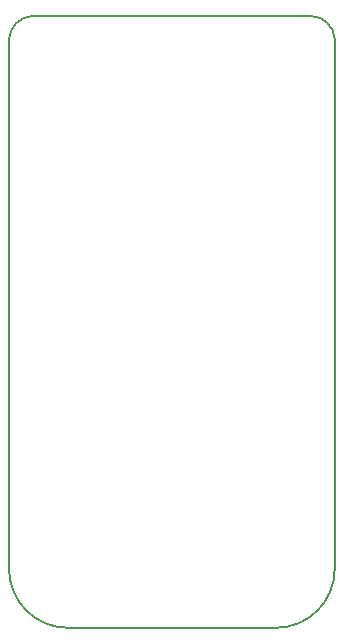
<source format=gbr>
G04 DipTrace 3.2.0.1*
G04 BoardOutline.gbr*
%MOIN*%
G04 #@! TF.FileFunction,Profile*
G04 #@! TF.Part,Single*
%ADD11C,0.005512*%
%FSLAX26Y26*%
G04*
G70*
G90*
G75*
G01*
G04 BoardOutline*
%LPD*%
X-534646Y188976D2*
D11*
G02X-455906Y267717I80709J-1969D01*
G01*
X472441D1*
G02X551181Y188976I-1969J-80709D01*
G01*
Y-1574803D1*
G02X354331Y-1771654I-196850J0D01*
G01*
X-337795D1*
G02X-534646Y-1574803I0J196850D01*
G01*
Y188976D1*
M02*

</source>
